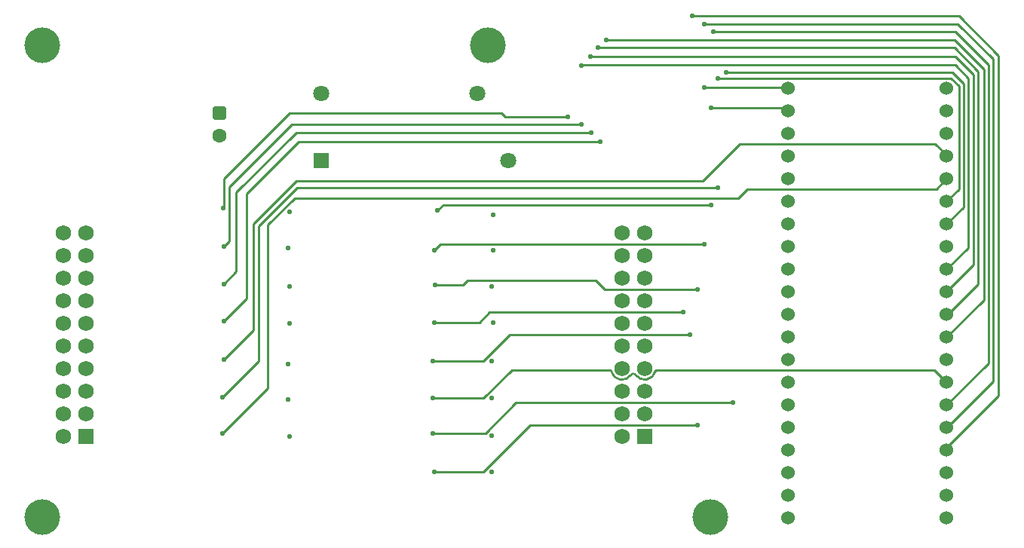
<source format=gbr>
G04*
G04 #@! TF.GenerationSoftware,Altium Limited,Altium Designer,23.9.2 (47)*
G04*
G04 Layer_Physical_Order=2*
G04 Layer_Color=36540*
%FSLAX25Y25*%
%MOIN*%
G70*
G04*
G04 #@! TF.SameCoordinates,7D7DC0CB-560A-4B43-BD03-011E7A05A225*
G04*
G04*
G04 #@! TF.FilePolarity,Positive*
G04*
G01*
G75*
%ADD13C,0.01000*%
%ADD24R,0.06850X0.06850*%
%ADD25C,0.06850*%
%ADD33C,0.06000*%
%ADD34C,0.06299*%
G04:AMPARAMS|DCode=35|XSize=62.99mil|YSize=62.99mil|CornerRadius=15.75mil|HoleSize=0mil|Usage=FLASHONLY|Rotation=270.000|XOffset=0mil|YOffset=0mil|HoleType=Round|Shape=RoundedRectangle|*
%AMROUNDEDRECTD35*
21,1,0.06299,0.03150,0,0,270.0*
21,1,0.03150,0.06299,0,0,270.0*
1,1,0.03150,-0.01575,-0.01575*
1,1,0.03150,-0.01575,0.01575*
1,1,0.03150,0.01575,0.01575*
1,1,0.03150,0.01575,-0.01575*
%
%ADD35ROUNDEDRECTD35*%
%ADD36C,0.07087*%
%ADD37R,0.07087X0.07087*%
%ADD38C,0.02300*%
%ADD39C,0.15748*%
%ADD40C,0.01000*%
D13*
X271176Y76506D02*
G03*
X280158Y74860I4824J994D01*
G01*
X281842D02*
G03*
X290824Y76506I4158J2640D01*
G01*
X281842Y74860D02*
G03*
X280158Y74860I-842J-540D01*
G01*
X193000Y32000D02*
X214752D01*
X192500Y49000D02*
X215752D01*
X229177Y62425D01*
X99500Y49000D02*
X119500Y69000D01*
X192500Y64500D02*
X214752D01*
X227252Y77000D01*
X99500Y65000D02*
X115500Y81000D01*
X192500D02*
X214752D01*
X226252Y92500D01*
X100000Y81500D02*
X113000Y94500D01*
X193000Y98000D02*
X213000D01*
X217425Y102425D01*
X100000Y98500D02*
X110000Y108500D01*
X119500Y69000D02*
Y141248D01*
X115500Y81000D02*
Y140500D01*
X99850Y148500D02*
X100000Y148650D01*
Y161500D01*
Y131500D02*
X102500Y134000D01*
Y158000D01*
X193500Y114500D02*
X205650D01*
X207800Y116650D01*
X100000Y115000D02*
X105500Y120500D01*
X113000Y94500D02*
Y141500D01*
X193000Y130000D02*
X195650Y132650D01*
X110000Y108500D02*
Y155000D01*
X105500Y120500D02*
Y155500D01*
X119500Y141248D02*
X131252Y153000D01*
X194500Y147500D02*
X197000Y150000D01*
X115500Y140500D02*
X132500Y157500D01*
X113000Y141500D02*
X132150Y160650D01*
X311650D01*
X110000Y155000D02*
X133000Y178000D01*
X105500Y155500D02*
X132000Y182000D01*
X102500Y158000D02*
X130000Y185500D01*
X100000Y161500D02*
X129000Y190500D01*
X133000Y178000D02*
X266500D01*
X132000Y182000D02*
X262500D01*
X130000Y185500D02*
X258000D01*
X129000Y190500D02*
X222824D01*
X226252Y92500D02*
X306000D01*
X214752Y32000D02*
X235252Y52500D01*
X217425Y102425D02*
X303000D01*
X270975Y76707D02*
X271176Y76506D01*
X235252Y52500D02*
X309500D01*
X207800Y116650D02*
X264350D01*
X268500Y112500D01*
X227252Y77000D02*
X270682D01*
X270975Y76707D01*
X229177Y62425D02*
X325000D01*
X290824Y76506D02*
X291025Y76707D01*
X291025Y76707D02*
X291318Y77000D01*
X268500Y112500D02*
X309500D01*
X263826Y132500D02*
X312500D01*
X263676Y132650D02*
X263826Y132500D01*
X195650Y132650D02*
X263676D01*
X197000Y150000D02*
X315500D01*
X131252Y153000D02*
X327500D01*
X132500Y157500D02*
X318500D01*
X224324Y189000D02*
X252000D01*
X222824Y190500D02*
X224324Y189000D01*
X258000Y211500D02*
X258249Y211749D01*
X259168D01*
X259219Y211800D01*
X262222Y215500D02*
X262222Y215500D01*
X265698Y219500D02*
X265698Y219500D01*
X327500Y153000D02*
X331500Y157000D01*
X311650Y160650D02*
X328000Y177000D01*
X315749Y192751D02*
X349500D01*
X315500Y193000D02*
X315749Y192751D01*
X312500Y202000D02*
X349500D01*
X322000Y208650D02*
X322150Y208500D01*
X259219Y211800D02*
X423200D01*
X262222Y215500D02*
X423500D01*
X265698Y219500D02*
X423000D01*
X268827Y223000D02*
X423000D01*
X419500Y41500D02*
Y42500D01*
X414000Y77000D02*
X420337Y70663D01*
X291318Y77000D02*
X414000D01*
X331500Y157000D02*
X415000Y157000D01*
X419500Y161500D01*
X414500Y177000D02*
X420669Y170831D01*
X328000Y177000D02*
X414500Y177000D01*
X318500Y206000D02*
X421500D01*
X322150Y208500D02*
X422000D01*
X316586Y226500D02*
X423500D01*
X312500Y230000D02*
X424500D01*
X307000Y233500D02*
X425000D01*
X419500Y151500D02*
X425000Y157000D01*
X419500Y42500D02*
X442500Y65500D01*
X419278Y51278D02*
X440000Y72000D01*
X419500Y61500D02*
X438000Y80000D01*
X419500Y91500D02*
X436000Y108000D01*
X420985Y102485D02*
X433500Y115000D01*
X419500Y111500D02*
X431500Y123500D01*
X419500Y121500D02*
X429000Y131000D01*
X442500Y65500D02*
Y216000D01*
X440000Y72000D02*
Y214500D01*
X419365Y141365D02*
X427000Y149000D01*
X438000Y80000D02*
X438000Y212000D01*
X436000Y108000D02*
Y210000D01*
X433500Y115000D02*
Y209000D01*
X431500Y123500D02*
Y207500D01*
X429000Y131000D02*
Y206000D01*
X427000Y149000D02*
Y203500D01*
X425000Y157000D02*
Y202500D01*
X421500Y206000D02*
X425000Y202500D01*
X422000Y208500D02*
X427000Y203500D01*
X423200Y211800D02*
X429000Y206000D01*
X423500Y215500D02*
X431500Y207500D01*
X423000Y219500D02*
X433500Y209000D01*
X423000Y223000D02*
X436000Y210000D01*
X423500Y226500D02*
X438000Y212000D01*
X424500Y230000D02*
X440000Y214500D01*
X425000Y233500D02*
X442500Y216000D01*
D24*
X39000Y47500D02*
D03*
X286000D02*
D03*
D25*
X39000Y57500D02*
D03*
Y67500D02*
D03*
Y77500D02*
D03*
Y87500D02*
D03*
Y97500D02*
D03*
Y107500D02*
D03*
Y117500D02*
D03*
Y127500D02*
D03*
Y137500D02*
D03*
X29000Y47500D02*
D03*
Y57500D02*
D03*
Y67500D02*
D03*
Y77500D02*
D03*
Y87500D02*
D03*
Y97500D02*
D03*
Y107500D02*
D03*
Y117500D02*
D03*
Y127500D02*
D03*
Y137500D02*
D03*
X276000D02*
D03*
Y127500D02*
D03*
Y117500D02*
D03*
Y107500D02*
D03*
Y97500D02*
D03*
Y87500D02*
D03*
Y77500D02*
D03*
Y67500D02*
D03*
Y57500D02*
D03*
Y47500D02*
D03*
X286000Y137500D02*
D03*
Y127500D02*
D03*
Y117500D02*
D03*
Y107500D02*
D03*
Y97500D02*
D03*
Y87500D02*
D03*
Y77500D02*
D03*
Y67500D02*
D03*
Y57500D02*
D03*
D33*
X349500Y11500D02*
D03*
Y21500D02*
D03*
Y31500D02*
D03*
Y41500D02*
D03*
Y51500D02*
D03*
Y61500D02*
D03*
Y71500D02*
D03*
Y81500D02*
D03*
Y91500D02*
D03*
Y101500D02*
D03*
Y111500D02*
D03*
Y121500D02*
D03*
Y131500D02*
D03*
Y141500D02*
D03*
Y151500D02*
D03*
Y161500D02*
D03*
Y171500D02*
D03*
Y181500D02*
D03*
Y191500D02*
D03*
Y201500D02*
D03*
X419500D02*
D03*
Y191500D02*
D03*
Y181500D02*
D03*
Y171500D02*
D03*
Y161500D02*
D03*
Y151500D02*
D03*
Y141500D02*
D03*
Y131500D02*
D03*
Y121500D02*
D03*
Y111500D02*
D03*
Y101500D02*
D03*
Y91500D02*
D03*
Y81500D02*
D03*
Y71500D02*
D03*
Y61500D02*
D03*
Y51500D02*
D03*
Y41500D02*
D03*
Y31500D02*
D03*
Y21500D02*
D03*
Y11500D02*
D03*
D34*
X98000Y180500D02*
D03*
D35*
Y190500D02*
D03*
D36*
X211898Y199028D02*
D03*
X143000D02*
D03*
X225677Y169500D02*
D03*
D37*
X143000D02*
D03*
D38*
X99500Y49000D02*
D03*
Y65000D02*
D03*
X128500Y79500D02*
D03*
X100000Y81500D02*
D03*
Y98500D02*
D03*
Y115000D02*
D03*
Y131500D02*
D03*
X99850Y148500D02*
D03*
X193000Y32000D02*
D03*
X218500D02*
D03*
X129000Y47500D02*
D03*
X218500Y48000D02*
D03*
X192500Y49000D02*
D03*
X128500Y64000D02*
D03*
X192500Y64500D02*
D03*
X218500D02*
D03*
X192500Y81000D02*
D03*
X218500D02*
D03*
X129000Y97500D02*
D03*
X193000Y98000D02*
D03*
X219000D02*
D03*
X129000Y114000D02*
D03*
X218500D02*
D03*
X193500Y114500D02*
D03*
X219000Y130000D02*
D03*
X128500Y131000D02*
D03*
X219000Y145500D02*
D03*
X129000Y147000D02*
D03*
X194500Y147500D02*
D03*
X262500Y182000D02*
D03*
X258000Y185500D02*
D03*
X252000Y189000D02*
D03*
X309500Y52500D02*
D03*
X306000Y92500D02*
D03*
X303000Y102425D02*
D03*
X309500Y112500D02*
D03*
X312500Y132500D02*
D03*
X266500Y178000D02*
D03*
X315500Y193000D02*
D03*
X312500Y202000D02*
D03*
X265500Y219500D02*
D03*
X269000Y223000D02*
D03*
X312500Y230000D02*
D03*
X307000Y233500D02*
D03*
X325000Y62425D02*
D03*
X315500Y150000D02*
D03*
X316500Y226500D02*
D03*
X318500Y157500D02*
D03*
Y206000D02*
D03*
X322000Y208650D02*
D03*
X193000Y130000D02*
D03*
X258000Y211500D02*
D03*
X262000Y215500D02*
D03*
D39*
X19685Y220472D02*
D03*
X216535Y220472D02*
D03*
X314961Y11811D02*
D03*
X19685Y11811D02*
D03*
D40*
X270975Y76707D02*
D03*
X291025Y76707D02*
D03*
M02*

</source>
